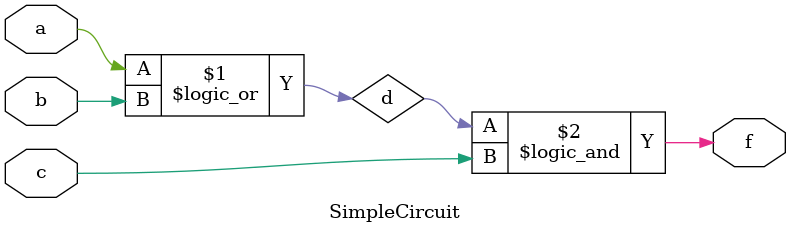
<source format=v>
module SimpleCircuit(
	input a,
	input b,
	input c,
	output f
);
	wire d;

	assign d = a || b;
	assign f = d && c;
endmodule

</source>
